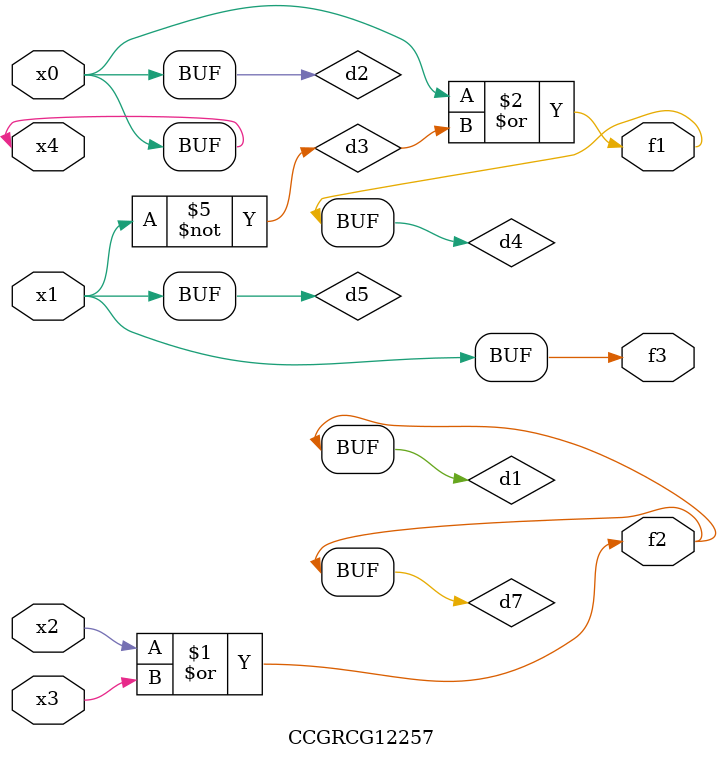
<source format=v>
module CCGRCG12257(
	input x0, x1, x2, x3, x4,
	output f1, f2, f3
);

	wire d1, d2, d3, d4, d5, d6, d7;

	or (d1, x2, x3);
	buf (d2, x0, x4);
	not (d3, x1);
	or (d4, d2, d3);
	not (d5, d3);
	nand (d6, d1, d3);
	or (d7, d1);
	assign f1 = d4;
	assign f2 = d7;
	assign f3 = d5;
endmodule

</source>
